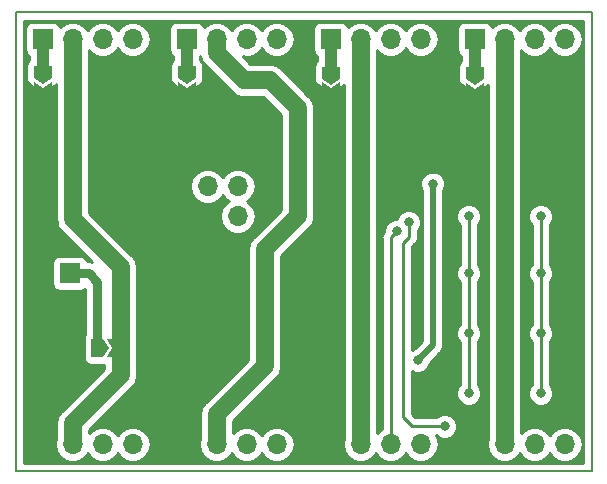
<source format=gbl>
G04 #@! TF.GenerationSoftware,KiCad,Pcbnew,(5.0.0-dirty)*
G04 #@! TF.CreationDate,2019-11-15T19:25:29+09:00*
G04 #@! TF.ProjectId,fake-fan-mk2,66616B652D66616E2D6D6B322E6B6963,rev?*
G04 #@! TF.SameCoordinates,Original*
G04 #@! TF.FileFunction,Copper,L2,Bot,Signal*
G04 #@! TF.FilePolarity,Positive*
%FSLAX46Y46*%
G04 Gerber Fmt 4.6, Leading zero omitted, Abs format (unit mm)*
G04 Created by KiCad (PCBNEW (5.0.0-dirty)) date 11/15/19 19:25:29*
%MOMM*%
%LPD*%
G01*
G04 APERTURE LIST*
G04 #@! TA.AperFunction,NonConductor*
%ADD10C,0.200000*%
G04 #@! TD*
G04 #@! TA.AperFunction,ComponentPad*
%ADD11R,1.700000X1.700000*%
G04 #@! TD*
G04 #@! TA.AperFunction,ComponentPad*
%ADD12O,1.700000X1.700000*%
G04 #@! TD*
G04 #@! TA.AperFunction,SMDPad,CuDef*
%ADD13C,0.300000*%
G04 #@! TD*
G04 #@! TA.AperFunction,Conductor*
%ADD14C,0.100000*%
G04 #@! TD*
G04 #@! TA.AperFunction,ViaPad*
%ADD15C,0.800000*%
G04 #@! TD*
G04 #@! TA.AperFunction,Conductor*
%ADD16C,0.250000*%
G04 #@! TD*
G04 #@! TA.AperFunction,Conductor*
%ADD17C,0.500000*%
G04 #@! TD*
G04 #@! TA.AperFunction,Conductor*
%ADD18C,0.750000*%
G04 #@! TD*
G04 #@! TA.AperFunction,Conductor*
%ADD19C,1.500000*%
G04 #@! TD*
G04 #@! TA.AperFunction,Conductor*
%ADD20C,1.000000*%
G04 #@! TD*
G04 #@! TA.AperFunction,Conductor*
%ADD21C,0.254000*%
G04 #@! TD*
G04 APERTURE END LIST*
D10*
X14478000Y-53086000D02*
X14478000Y-14224000D01*
X63246000Y-53086000D02*
X14478000Y-53086000D01*
X63246000Y-14224000D02*
X63246000Y-53086000D01*
X14478000Y-14224000D02*
X63246000Y-14224000D01*
D11*
G04 #@! TO.P,J2,1*
G04 #@! TO.N,+12V*
X19050000Y-36322000D03*
D12*
G04 #@! TO.P,J2,2*
G04 #@! TO.N,GND*
X19050000Y-38862000D03*
G04 #@! TD*
G04 #@! TO.P,J4,4*
G04 #@! TO.N,Net-(J4-Pad4)*
X24384000Y-50800000D03*
G04 #@! TO.P,J4,3*
G04 #@! TO.N,/FAKE1*
X21844000Y-50800000D03*
G04 #@! TO.P,J4,2*
G04 #@! TO.N,Net-(D4-Pad1)*
X19304000Y-50800000D03*
D11*
G04 #@! TO.P,J4,1*
G04 #@! TO.N,GND*
X16764000Y-50800000D03*
G04 #@! TD*
G04 #@! TO.P,J5,1*
G04 #@! TO.N,Net-(D4-Pad2)*
X16764000Y-16510000D03*
D12*
G04 #@! TO.P,J5,2*
G04 #@! TO.N,Net-(D4-Pad1)*
X19304000Y-16510000D03*
G04 #@! TO.P,J5,3*
G04 #@! TO.N,Net-(J5-Pad3)*
X21844000Y-16510000D03*
G04 #@! TO.P,J5,4*
G04 #@! TO.N,/FAN1*
X24384000Y-16510000D03*
G04 #@! TD*
G04 #@! TO.P,J6,4*
G04 #@! TO.N,Net-(J6-Pad4)*
X36576000Y-50800000D03*
G04 #@! TO.P,J6,3*
G04 #@! TO.N,/FAKE2*
X34036000Y-50800000D03*
G04 #@! TO.P,J6,2*
G04 #@! TO.N,Net-(D5-Pad1)*
X31496000Y-50800000D03*
D11*
G04 #@! TO.P,J6,1*
G04 #@! TO.N,GND*
X28956000Y-50800000D03*
G04 #@! TD*
G04 #@! TO.P,J7,1*
G04 #@! TO.N,Net-(D5-Pad2)*
X28956000Y-16510000D03*
D12*
G04 #@! TO.P,J7,2*
G04 #@! TO.N,Net-(D5-Pad1)*
X31496000Y-16510000D03*
G04 #@! TO.P,J7,3*
G04 #@! TO.N,Net-(J7-Pad3)*
X34036000Y-16510000D03*
G04 #@! TO.P,J7,4*
G04 #@! TO.N,/FAN2*
X36576000Y-16510000D03*
G04 #@! TD*
D11*
G04 #@! TO.P,J8,1*
G04 #@! TO.N,GND*
X41148000Y-50800000D03*
D12*
G04 #@! TO.P,J8,2*
G04 #@! TO.N,Net-(D6-Pad1)*
X43688000Y-50800000D03*
G04 #@! TO.P,J8,3*
G04 #@! TO.N,/FAKE3*
X46228000Y-50800000D03*
G04 #@! TO.P,J8,4*
G04 #@! TO.N,Net-(J8-Pad4)*
X48768000Y-50800000D03*
G04 #@! TD*
D11*
G04 #@! TO.P,J9,1*
G04 #@! TO.N,Net-(D6-Pad2)*
X41148000Y-16510000D03*
D12*
G04 #@! TO.P,J9,2*
G04 #@! TO.N,Net-(D6-Pad1)*
X43688000Y-16510000D03*
G04 #@! TO.P,J9,3*
G04 #@! TO.N,Net-(J9-Pad3)*
X46228000Y-16510000D03*
G04 #@! TO.P,J9,4*
G04 #@! TO.N,/FAN3*
X48768000Y-16510000D03*
G04 #@! TD*
G04 #@! TO.P,J10,4*
G04 #@! TO.N,Net-(J10-Pad4)*
X60960000Y-50800000D03*
G04 #@! TO.P,J10,3*
G04 #@! TO.N,/FAKE4*
X58420000Y-50800000D03*
G04 #@! TO.P,J10,2*
G04 #@! TO.N,Net-(D7-Pad1)*
X55880000Y-50800000D03*
D11*
G04 #@! TO.P,J10,1*
G04 #@! TO.N,GND*
X53340000Y-50800000D03*
G04 #@! TD*
D12*
G04 #@! TO.P,J11,4*
G04 #@! TO.N,/FAN4*
X60960000Y-16510000D03*
G04 #@! TO.P,J11,3*
G04 #@! TO.N,Net-(J11-Pad3)*
X58420000Y-16510000D03*
G04 #@! TO.P,J11,2*
G04 #@! TO.N,Net-(D7-Pad1)*
X55880000Y-16510000D03*
D11*
G04 #@! TO.P,J11,1*
G04 #@! TO.N,Net-(D7-Pad2)*
X53340000Y-16510000D03*
G04 #@! TD*
D13*
G04 #@! TO.P,JP1,1*
G04 #@! TO.N,+12V*
X21373000Y-42672000D03*
D14*
G04 #@! TD*
G04 #@! TO.N,+12V*
G04 #@! TO.C,JP1*
G36*
X22373000Y-42672000D02*
X21873000Y-43422000D01*
X20873000Y-43422000D01*
X20873000Y-41922000D01*
X21873000Y-41922000D01*
X22373000Y-42672000D01*
X22373000Y-42672000D01*
G37*
D13*
G04 #@! TO.P,JP1,2*
G04 #@! TO.N,Net-(D4-Pad1)*
X22823000Y-42672000D03*
D14*
G04 #@! TD*
G04 #@! TO.N,Net-(D4-Pad1)*
G04 #@! TO.C,JP1*
G36*
X23323000Y-43422000D02*
X22173000Y-43422000D01*
X22673000Y-42672000D01*
X22173000Y-41922000D01*
X23323000Y-41922000D01*
X23323000Y-43422000D01*
X23323000Y-43422000D01*
G37*
D13*
G04 #@! TO.P,JP2,2*
G04 #@! TO.N,GND*
X16764000Y-20754000D03*
D14*
G04 #@! TD*
G04 #@! TO.N,GND*
G04 #@! TO.C,JP2*
G36*
X16014000Y-21254000D02*
X16014000Y-20104000D01*
X16764000Y-20604000D01*
X17514000Y-20104000D01*
X17514000Y-21254000D01*
X16014000Y-21254000D01*
X16014000Y-21254000D01*
G37*
D13*
G04 #@! TO.P,JP2,1*
G04 #@! TO.N,Net-(D4-Pad2)*
X16764000Y-19304000D03*
D14*
G04 #@! TD*
G04 #@! TO.N,Net-(D4-Pad2)*
G04 #@! TO.C,JP2*
G36*
X16764000Y-20304000D02*
X16014000Y-19804000D01*
X16014000Y-18804000D01*
X17514000Y-18804000D01*
X17514000Y-19804000D01*
X16764000Y-20304000D01*
X16764000Y-20304000D01*
G37*
D13*
G04 #@! TO.P,JP3,1*
G04 #@! TO.N,Net-(D5-Pad2)*
X28956000Y-19304000D03*
D14*
G04 #@! TD*
G04 #@! TO.N,Net-(D5-Pad2)*
G04 #@! TO.C,JP3*
G36*
X28956000Y-20304000D02*
X28206000Y-19804000D01*
X28206000Y-18804000D01*
X29706000Y-18804000D01*
X29706000Y-19804000D01*
X28956000Y-20304000D01*
X28956000Y-20304000D01*
G37*
D13*
G04 #@! TO.P,JP3,2*
G04 #@! TO.N,GND*
X28956000Y-20754000D03*
D14*
G04 #@! TD*
G04 #@! TO.N,GND*
G04 #@! TO.C,JP3*
G36*
X28206000Y-21254000D02*
X28206000Y-20104000D01*
X28956000Y-20604000D01*
X29706000Y-20104000D01*
X29706000Y-21254000D01*
X28206000Y-21254000D01*
X28206000Y-21254000D01*
G37*
D13*
G04 #@! TO.P,JP4,2*
G04 #@! TO.N,GND*
X41148000Y-20791000D03*
D14*
G04 #@! TD*
G04 #@! TO.N,GND*
G04 #@! TO.C,JP4*
G36*
X40398000Y-21291000D02*
X40398000Y-20141000D01*
X41148000Y-20641000D01*
X41898000Y-20141000D01*
X41898000Y-21291000D01*
X40398000Y-21291000D01*
X40398000Y-21291000D01*
G37*
D13*
G04 #@! TO.P,JP4,1*
G04 #@! TO.N,Net-(D6-Pad2)*
X41148000Y-19341000D03*
D14*
G04 #@! TD*
G04 #@! TO.N,Net-(D6-Pad2)*
G04 #@! TO.C,JP4*
G36*
X41148000Y-20341000D02*
X40398000Y-19841000D01*
X40398000Y-18841000D01*
X41898000Y-18841000D01*
X41898000Y-19841000D01*
X41148000Y-20341000D01*
X41148000Y-20341000D01*
G37*
D13*
G04 #@! TO.P,JP5,2*
G04 #@! TO.N,GND*
X53340000Y-20828000D03*
D14*
G04 #@! TD*
G04 #@! TO.N,GND*
G04 #@! TO.C,JP5*
G36*
X52590000Y-21328000D02*
X52590000Y-20178000D01*
X53340000Y-20678000D01*
X54090000Y-20178000D01*
X54090000Y-21328000D01*
X52590000Y-21328000D01*
X52590000Y-21328000D01*
G37*
D13*
G04 #@! TO.P,JP5,1*
G04 #@! TO.N,Net-(D7-Pad2)*
X53340000Y-19378000D03*
D14*
G04 #@! TD*
G04 #@! TO.N,Net-(D7-Pad2)*
G04 #@! TO.C,JP5*
G36*
X53340000Y-20378000D02*
X52590000Y-19878000D01*
X52590000Y-18878000D01*
X54090000Y-18878000D01*
X54090000Y-19878000D01*
X53340000Y-20378000D01*
X53340000Y-20378000D01*
G37*
D11*
G04 #@! TO.P,J1,1*
G04 #@! TO.N,GND*
X30734000Y-31496000D03*
D12*
G04 #@! TO.P,J1,2*
G04 #@! TO.N,/SYS_CLK*
X30734000Y-28956000D03*
G04 #@! TO.P,J1,3*
G04 #@! TO.N,/NRST*
X33274000Y-31496000D03*
G04 #@! TO.P,J1,4*
G04 #@! TO.N,/SWDIO*
X33274000Y-28956000D03*
G04 #@! TD*
D15*
G04 #@! TO.N,GND*
X28194000Y-39624000D03*
X22352000Y-23876000D03*
X34798000Y-23622000D03*
X46482000Y-23622000D03*
X58674000Y-23622000D03*
X48514000Y-29972000D03*
X21082000Y-28194000D03*
X50546000Y-25400000D03*
X50546000Y-25400000D03*
X33274000Y-43434000D03*
X32766000Y-39878000D03*
X38100000Y-36322000D03*
X41402000Y-33782000D03*
G04 #@! TO.N,+3V3*
X52832000Y-46482000D03*
X52832000Y-41402000D03*
X52832000Y-36322000D03*
X52832000Y-31496000D03*
X58928000Y-46482000D03*
X58928000Y-41402000D03*
X58928000Y-36322000D03*
X58928000Y-31496000D03*
X48514000Y-43688000D03*
X49784000Y-28748388D03*
G04 #@! TO.N,/FAKE3*
X46736000Y-32766000D03*
G04 #@! TO.N,/FAKE4*
X50800000Y-49276000D03*
X47752000Y-32004000D03*
G04 #@! TD*
D16*
G04 #@! TO.N,GND*
X48768000Y-30226000D02*
X48514000Y-29972000D01*
X48768000Y-30480000D02*
X48768000Y-30226000D01*
D17*
X21082000Y-25146000D02*
X22352000Y-23876000D01*
X21082000Y-28194000D02*
X21082000Y-25146000D01*
X46482000Y-23622000D02*
X48768000Y-23622000D01*
X48768000Y-23622000D02*
X50546000Y-25400000D01*
X33274000Y-43434000D02*
X33274000Y-40386000D01*
X33274000Y-40386000D02*
X32766000Y-39878000D01*
D16*
X38100000Y-36322000D02*
X40640000Y-33782000D01*
X40640000Y-33782000D02*
X41402000Y-33782000D01*
D18*
G04 #@! TO.N,+12V*
X21373000Y-37045000D02*
X21373000Y-42672000D01*
X19050000Y-36322000D02*
X20650000Y-36322000D01*
X20650000Y-36322000D02*
X21373000Y-37045000D01*
D16*
G04 #@! TO.N,+3V3*
X52832000Y-46482000D02*
X52832000Y-41402000D01*
X52832000Y-41402000D02*
X52832000Y-40640000D01*
X52832000Y-40640000D02*
X52832000Y-36322000D01*
X52832000Y-36322000D02*
X52832000Y-35756315D01*
X52832000Y-35756315D02*
X52832000Y-31496000D01*
X58928000Y-46482000D02*
X58928000Y-45466000D01*
X58928000Y-45466000D02*
X58928000Y-41402000D01*
X58928000Y-41402000D02*
X58928000Y-36322000D01*
X58928000Y-36322000D02*
X58928000Y-31496000D01*
D17*
X49784000Y-42418000D02*
X49784000Y-28748388D01*
X48514000Y-43688000D02*
X49784000Y-42418000D01*
D19*
G04 #@! TO.N,Net-(D4-Pad1)*
X19304000Y-50800000D02*
X19304000Y-49597919D01*
X19304000Y-26162000D02*
X19304000Y-16510000D01*
X19304000Y-30480000D02*
X19304000Y-26162000D01*
X19304000Y-31750000D02*
X19304000Y-30480000D01*
X23368000Y-35814000D02*
X19304000Y-31750000D01*
X23368000Y-44958000D02*
X23368000Y-35814000D01*
X19304000Y-50800000D02*
X19304000Y-49022000D01*
X19304000Y-49022000D02*
X23368000Y-44958000D01*
D20*
G04 #@! TO.N,Net-(D4-Pad2)*
X16764000Y-16510000D02*
X16764000Y-19304000D01*
D19*
G04 #@! TO.N,Net-(D5-Pad1)*
X31496000Y-16510000D02*
X31496000Y-17712081D01*
X31496000Y-17712081D02*
X33782000Y-19998081D01*
X33782000Y-19998081D02*
X36000081Y-19998081D01*
X31496000Y-48260000D02*
X31496000Y-50800000D01*
X35560000Y-44196000D02*
X31496000Y-48260000D01*
X36000081Y-19998081D02*
X38354000Y-22352000D01*
X38354000Y-22352000D02*
X38354000Y-31496000D01*
X35560000Y-34290000D02*
X35560000Y-40132000D01*
X38354000Y-31496000D02*
X35560000Y-34290000D01*
X35560000Y-44196000D02*
X35560000Y-40132000D01*
X35560000Y-40132000D02*
X35560000Y-37592000D01*
D20*
G04 #@! TO.N,Net-(D5-Pad2)*
X28956000Y-19304000D02*
X28956000Y-16510000D01*
D19*
G04 #@! TO.N,Net-(D6-Pad1)*
X43688000Y-50800000D02*
X43688000Y-16510000D01*
D16*
G04 #@! TO.N,/FAKE3*
X46228000Y-50800000D02*
X46228000Y-33274000D01*
X46228000Y-33274000D02*
X46736000Y-32766000D01*
D20*
G04 #@! TO.N,Net-(D6-Pad2)*
X41148000Y-19341000D02*
X41148000Y-16510000D01*
D16*
G04 #@! TO.N,/FAKE4*
X50800000Y-49276000D02*
X48006000Y-49276000D01*
X48006000Y-49276000D02*
X47244000Y-48514000D01*
X47244000Y-48514000D02*
X47244000Y-33782000D01*
X47244000Y-33782000D02*
X47752000Y-33274000D01*
X47752000Y-33274000D02*
X47752000Y-32004000D01*
D19*
G04 #@! TO.N,Net-(D7-Pad1)*
X55880000Y-50800000D02*
X55880000Y-16510000D01*
D20*
G04 #@! TO.N,Net-(D7-Pad2)*
X53340000Y-19378000D02*
X53340000Y-16510000D01*
G04 #@! TD*
D21*
G04 #@! TO.N,GND*
G36*
X62511001Y-52351000D02*
X15213000Y-52351000D01*
X15213000Y-15660000D01*
X15266560Y-15660000D01*
X15266560Y-17360000D01*
X15315843Y-17607765D01*
X15456191Y-17817809D01*
X15629001Y-17933278D01*
X15629001Y-18297541D01*
X15556191Y-18346191D01*
X15415843Y-18556235D01*
X15366560Y-18804000D01*
X15366560Y-19804000D01*
X15379133Y-19930973D01*
X15476050Y-20164261D01*
X15654865Y-20342703D01*
X16404865Y-20842703D01*
X16637027Y-20938867D01*
X16889645Y-20939131D01*
X17123135Y-20842703D01*
X17873135Y-20342703D01*
X17919001Y-20305102D01*
X17919000Y-26298406D01*
X17919001Y-26298411D01*
X17919000Y-30343593D01*
X17919000Y-31613593D01*
X17891867Y-31750000D01*
X17951560Y-32050097D01*
X17999359Y-32290399D01*
X18305471Y-32748528D01*
X18421112Y-32825797D01*
X20946506Y-35351192D01*
X20749476Y-35312000D01*
X20749471Y-35312000D01*
X20650000Y-35292214D01*
X20550529Y-35312000D01*
X20515614Y-35312000D01*
X20498157Y-35224235D01*
X20357809Y-35014191D01*
X20147765Y-34873843D01*
X19900000Y-34824560D01*
X18200000Y-34824560D01*
X17952235Y-34873843D01*
X17742191Y-35014191D01*
X17601843Y-35224235D01*
X17552560Y-35472000D01*
X17552560Y-37172000D01*
X17601843Y-37419765D01*
X17742191Y-37629809D01*
X17952235Y-37770157D01*
X18200000Y-37819440D01*
X19900000Y-37819440D01*
X20147765Y-37770157D01*
X20357809Y-37629809D01*
X20363000Y-37622040D01*
X20363001Y-41542299D01*
X20274843Y-41674235D01*
X20225560Y-41922000D01*
X20225560Y-43422000D01*
X20274843Y-43669765D01*
X20415191Y-43879809D01*
X20625235Y-44020157D01*
X20873000Y-44069440D01*
X21873000Y-44069440D01*
X21983000Y-44058548D01*
X21983000Y-44384314D01*
X18421112Y-47946203D01*
X18305472Y-48023471D01*
X18228203Y-48139112D01*
X17999359Y-48481601D01*
X17891867Y-49022000D01*
X17919001Y-49158411D01*
X17919001Y-49461508D01*
X17919000Y-49461512D01*
X17919000Y-50199870D01*
X17905161Y-50220582D01*
X17789908Y-50800000D01*
X17905161Y-51379418D01*
X18233375Y-51870625D01*
X18724582Y-52198839D01*
X19157744Y-52285000D01*
X19450256Y-52285000D01*
X19883418Y-52198839D01*
X20374625Y-51870625D01*
X20574000Y-51572239D01*
X20773375Y-51870625D01*
X21264582Y-52198839D01*
X21697744Y-52285000D01*
X21990256Y-52285000D01*
X22423418Y-52198839D01*
X22914625Y-51870625D01*
X23114000Y-51572239D01*
X23313375Y-51870625D01*
X23804582Y-52198839D01*
X24237744Y-52285000D01*
X24530256Y-52285000D01*
X24963418Y-52198839D01*
X25454625Y-51870625D01*
X25782839Y-51379418D01*
X25898092Y-50800000D01*
X25782839Y-50220582D01*
X25454625Y-49729375D01*
X24963418Y-49401161D01*
X24530256Y-49315000D01*
X24237744Y-49315000D01*
X23804582Y-49401161D01*
X23313375Y-49729375D01*
X23114000Y-50027761D01*
X22914625Y-49729375D01*
X22423418Y-49401161D01*
X21990256Y-49315000D01*
X21697744Y-49315000D01*
X21264582Y-49401161D01*
X20773375Y-49729375D01*
X20689000Y-49855651D01*
X20689000Y-49595685D01*
X24250890Y-46033796D01*
X24366528Y-45956529D01*
X24443795Y-45840891D01*
X24443797Y-45840889D01*
X24672641Y-45498400D01*
X24780133Y-44958000D01*
X24753000Y-44821593D01*
X24753000Y-35950407D01*
X24780133Y-35814000D01*
X24672641Y-35273600D01*
X24499309Y-35014191D01*
X24366529Y-34815471D01*
X24250888Y-34738202D01*
X20689000Y-31176315D01*
X20689000Y-28956000D01*
X29219908Y-28956000D01*
X29335161Y-29535418D01*
X29663375Y-30026625D01*
X30154582Y-30354839D01*
X30587744Y-30441000D01*
X30880256Y-30441000D01*
X31313418Y-30354839D01*
X31804625Y-30026625D01*
X32004000Y-29728239D01*
X32203375Y-30026625D01*
X32501761Y-30226000D01*
X32203375Y-30425375D01*
X31875161Y-30916582D01*
X31759908Y-31496000D01*
X31875161Y-32075418D01*
X32203375Y-32566625D01*
X32694582Y-32894839D01*
X33127744Y-32981000D01*
X33420256Y-32981000D01*
X33853418Y-32894839D01*
X34344625Y-32566625D01*
X34672839Y-32075418D01*
X34788092Y-31496000D01*
X34672839Y-30916582D01*
X34344625Y-30425375D01*
X34046239Y-30226000D01*
X34344625Y-30026625D01*
X34672839Y-29535418D01*
X34788092Y-28956000D01*
X34672839Y-28376582D01*
X34344625Y-27885375D01*
X33853418Y-27557161D01*
X33420256Y-27471000D01*
X33127744Y-27471000D01*
X32694582Y-27557161D01*
X32203375Y-27885375D01*
X32004000Y-28183761D01*
X31804625Y-27885375D01*
X31313418Y-27557161D01*
X30880256Y-27471000D01*
X30587744Y-27471000D01*
X30154582Y-27557161D01*
X29663375Y-27885375D01*
X29335161Y-28376582D01*
X29219908Y-28956000D01*
X20689000Y-28956000D01*
X20689000Y-17454349D01*
X20773375Y-17580625D01*
X21264582Y-17908839D01*
X21697744Y-17995000D01*
X21990256Y-17995000D01*
X22423418Y-17908839D01*
X22914625Y-17580625D01*
X23114000Y-17282239D01*
X23313375Y-17580625D01*
X23804582Y-17908839D01*
X24237744Y-17995000D01*
X24530256Y-17995000D01*
X24963418Y-17908839D01*
X25454625Y-17580625D01*
X25782839Y-17089418D01*
X25898092Y-16510000D01*
X25782839Y-15930582D01*
X25602042Y-15660000D01*
X27458560Y-15660000D01*
X27458560Y-17360000D01*
X27507843Y-17607765D01*
X27648191Y-17817809D01*
X27821000Y-17933278D01*
X27821000Y-18297541D01*
X27748191Y-18346191D01*
X27607843Y-18556235D01*
X27558560Y-18804000D01*
X27558560Y-19804000D01*
X27571133Y-19930973D01*
X27668050Y-20164261D01*
X27846865Y-20342703D01*
X28596865Y-20842703D01*
X28829027Y-20938867D01*
X29081645Y-20939131D01*
X29315135Y-20842703D01*
X30065135Y-20342703D01*
X30163809Y-20261809D01*
X30304157Y-20051765D01*
X30353440Y-19804000D01*
X30353440Y-18804000D01*
X30304157Y-18556235D01*
X30163809Y-18346191D01*
X30091000Y-18297541D01*
X30091000Y-17933277D01*
X30123541Y-17911534D01*
X30191359Y-18252481D01*
X30497472Y-18710610D01*
X30613112Y-18787878D01*
X32706202Y-20880969D01*
X32783471Y-20996610D01*
X33241600Y-21302722D01*
X33645593Y-21383081D01*
X33781999Y-21410214D01*
X33918405Y-21383081D01*
X35426396Y-21383081D01*
X36969000Y-22925686D01*
X36969001Y-30922313D01*
X34677112Y-33214203D01*
X34561471Y-33291472D01*
X34484203Y-33407112D01*
X34255359Y-33749601D01*
X34147867Y-34290000D01*
X34175000Y-34426407D01*
X34175001Y-37455593D01*
X34175000Y-40268406D01*
X34175001Y-40268411D01*
X34175000Y-43622314D01*
X30613112Y-47184203D01*
X30497471Y-47261472D01*
X30420203Y-47377112D01*
X30191359Y-47719601D01*
X30083867Y-48260000D01*
X30111000Y-48396407D01*
X30111001Y-50199869D01*
X30097161Y-50220582D01*
X29981908Y-50800000D01*
X30097161Y-51379418D01*
X30425375Y-51870625D01*
X30916582Y-52198839D01*
X31349744Y-52285000D01*
X31642256Y-52285000D01*
X32075418Y-52198839D01*
X32566625Y-51870625D01*
X32766000Y-51572239D01*
X32965375Y-51870625D01*
X33456582Y-52198839D01*
X33889744Y-52285000D01*
X34182256Y-52285000D01*
X34615418Y-52198839D01*
X35106625Y-51870625D01*
X35306000Y-51572239D01*
X35505375Y-51870625D01*
X35996582Y-52198839D01*
X36429744Y-52285000D01*
X36722256Y-52285000D01*
X37155418Y-52198839D01*
X37646625Y-51870625D01*
X37974839Y-51379418D01*
X38090092Y-50800000D01*
X37974839Y-50220582D01*
X37646625Y-49729375D01*
X37155418Y-49401161D01*
X36722256Y-49315000D01*
X36429744Y-49315000D01*
X35996582Y-49401161D01*
X35505375Y-49729375D01*
X35306000Y-50027761D01*
X35106625Y-49729375D01*
X34615418Y-49401161D01*
X34182256Y-49315000D01*
X33889744Y-49315000D01*
X33456582Y-49401161D01*
X32965375Y-49729375D01*
X32881000Y-49855651D01*
X32881000Y-48833685D01*
X36442890Y-45271796D01*
X36558528Y-45194529D01*
X36635795Y-45078891D01*
X36635797Y-45078889D01*
X36864641Y-44736400D01*
X36972133Y-44196000D01*
X36945000Y-44059593D01*
X36945000Y-34863685D01*
X39236888Y-32571798D01*
X39352529Y-32494529D01*
X39658641Y-32036400D01*
X39739000Y-31632407D01*
X39766133Y-31496000D01*
X39739000Y-31359593D01*
X39739000Y-22488405D01*
X39766133Y-22351999D01*
X39739000Y-22215593D01*
X39658641Y-21811600D01*
X39574692Y-21685962D01*
X39429797Y-21469111D01*
X39429795Y-21469109D01*
X39352528Y-21353471D01*
X39236890Y-21276204D01*
X37075880Y-19115195D01*
X36998610Y-18999552D01*
X36540481Y-18693440D01*
X36136488Y-18613081D01*
X36000081Y-18585948D01*
X35863674Y-18613081D01*
X34355686Y-18613081D01*
X33699828Y-17957223D01*
X33889744Y-17995000D01*
X34182256Y-17995000D01*
X34615418Y-17908839D01*
X35106625Y-17580625D01*
X35306000Y-17282239D01*
X35505375Y-17580625D01*
X35996582Y-17908839D01*
X36429744Y-17995000D01*
X36722256Y-17995000D01*
X37155418Y-17908839D01*
X37646625Y-17580625D01*
X37974839Y-17089418D01*
X38090092Y-16510000D01*
X37974839Y-15930582D01*
X37794042Y-15660000D01*
X39650560Y-15660000D01*
X39650560Y-17360000D01*
X39699843Y-17607765D01*
X39840191Y-17817809D01*
X40013000Y-17933278D01*
X40013000Y-18334541D01*
X39940191Y-18383191D01*
X39799843Y-18593235D01*
X39750560Y-18841000D01*
X39750560Y-19841000D01*
X39763133Y-19967973D01*
X39860050Y-20201261D01*
X40038865Y-20379703D01*
X40788865Y-20879703D01*
X41021027Y-20975867D01*
X41273645Y-20976131D01*
X41507135Y-20879703D01*
X42257135Y-20379703D01*
X42303001Y-20342102D01*
X42303000Y-50199870D01*
X42289161Y-50220582D01*
X42173908Y-50800000D01*
X42289161Y-51379418D01*
X42617375Y-51870625D01*
X43108582Y-52198839D01*
X43541744Y-52285000D01*
X43834256Y-52285000D01*
X44267418Y-52198839D01*
X44758625Y-51870625D01*
X44958000Y-51572239D01*
X45157375Y-51870625D01*
X45648582Y-52198839D01*
X46081744Y-52285000D01*
X46374256Y-52285000D01*
X46807418Y-52198839D01*
X47298625Y-51870625D01*
X47498000Y-51572239D01*
X47697375Y-51870625D01*
X48188582Y-52198839D01*
X48621744Y-52285000D01*
X48914256Y-52285000D01*
X49347418Y-52198839D01*
X49838625Y-51870625D01*
X50166839Y-51379418D01*
X50282092Y-50800000D01*
X50166839Y-50220582D01*
X50043505Y-50036000D01*
X50096289Y-50036000D01*
X50213720Y-50153431D01*
X50594126Y-50311000D01*
X51005874Y-50311000D01*
X51386280Y-50153431D01*
X51677431Y-49862280D01*
X51835000Y-49481874D01*
X51835000Y-49070126D01*
X51677431Y-48689720D01*
X51386280Y-48398569D01*
X51005874Y-48241000D01*
X50594126Y-48241000D01*
X50213720Y-48398569D01*
X50096289Y-48516000D01*
X48320802Y-48516000D01*
X48004000Y-48199199D01*
X48004000Y-44597027D01*
X48308126Y-44723000D01*
X48719874Y-44723000D01*
X49100280Y-44565431D01*
X49391431Y-44274280D01*
X49541431Y-43912147D01*
X50348156Y-43105423D01*
X50422049Y-43056049D01*
X50617652Y-42763310D01*
X50669000Y-42505165D01*
X50669000Y-42505161D01*
X50686337Y-42418001D01*
X50669000Y-42330841D01*
X50669000Y-31290126D01*
X51797000Y-31290126D01*
X51797000Y-31701874D01*
X51954569Y-32082280D01*
X52072001Y-32199712D01*
X52072000Y-35618289D01*
X51954569Y-35735720D01*
X51797000Y-36116126D01*
X51797000Y-36527874D01*
X51954569Y-36908280D01*
X52072001Y-37025712D01*
X52072000Y-40565148D01*
X52072000Y-40698289D01*
X51954569Y-40815720D01*
X51797000Y-41196126D01*
X51797000Y-41607874D01*
X51954569Y-41988280D01*
X52072001Y-42105712D01*
X52072000Y-45778289D01*
X51954569Y-45895720D01*
X51797000Y-46276126D01*
X51797000Y-46687874D01*
X51954569Y-47068280D01*
X52245720Y-47359431D01*
X52626126Y-47517000D01*
X53037874Y-47517000D01*
X53418280Y-47359431D01*
X53709431Y-47068280D01*
X53867000Y-46687874D01*
X53867000Y-46276126D01*
X53709431Y-45895720D01*
X53592000Y-45778289D01*
X53592000Y-42105711D01*
X53709431Y-41988280D01*
X53867000Y-41607874D01*
X53867000Y-41196126D01*
X53709431Y-40815720D01*
X53592000Y-40698289D01*
X53592000Y-37025711D01*
X53709431Y-36908280D01*
X53867000Y-36527874D01*
X53867000Y-36116126D01*
X53709431Y-35735720D01*
X53592000Y-35618289D01*
X53592000Y-32199711D01*
X53709431Y-32082280D01*
X53867000Y-31701874D01*
X53867000Y-31290126D01*
X53709431Y-30909720D01*
X53418280Y-30618569D01*
X53037874Y-30461000D01*
X52626126Y-30461000D01*
X52245720Y-30618569D01*
X51954569Y-30909720D01*
X51797000Y-31290126D01*
X50669000Y-31290126D01*
X50669000Y-29316395D01*
X50819000Y-28954262D01*
X50819000Y-28542514D01*
X50661431Y-28162108D01*
X50370280Y-27870957D01*
X49989874Y-27713388D01*
X49578126Y-27713388D01*
X49197720Y-27870957D01*
X48906569Y-28162108D01*
X48749000Y-28542514D01*
X48749000Y-28954262D01*
X48899001Y-29316397D01*
X48899000Y-42051421D01*
X48289853Y-42660569D01*
X48004000Y-42778973D01*
X48004000Y-34096802D01*
X48236475Y-33864327D01*
X48299929Y-33821929D01*
X48342327Y-33758476D01*
X48342329Y-33758474D01*
X48467903Y-33570538D01*
X48467904Y-33570537D01*
X48512000Y-33348852D01*
X48512000Y-33348848D01*
X48526888Y-33274001D01*
X48512000Y-33199154D01*
X48512000Y-32707711D01*
X48629431Y-32590280D01*
X48787000Y-32209874D01*
X48787000Y-31798126D01*
X48629431Y-31417720D01*
X48338280Y-31126569D01*
X47957874Y-30969000D01*
X47546126Y-30969000D01*
X47165720Y-31126569D01*
X46874569Y-31417720D01*
X46744804Y-31731000D01*
X46530126Y-31731000D01*
X46149720Y-31888569D01*
X45858569Y-32179720D01*
X45701000Y-32560126D01*
X45701000Y-32712087D01*
X45680072Y-32726071D01*
X45637672Y-32789527D01*
X45637671Y-32789528D01*
X45567305Y-32894839D01*
X45512097Y-32977463D01*
X45499857Y-33039000D01*
X45453112Y-33274000D01*
X45468001Y-33348851D01*
X45468000Y-49521822D01*
X45157375Y-49729375D01*
X45073000Y-49855651D01*
X45073000Y-17454349D01*
X45157375Y-17580625D01*
X45648582Y-17908839D01*
X46081744Y-17995000D01*
X46374256Y-17995000D01*
X46807418Y-17908839D01*
X47298625Y-17580625D01*
X47498000Y-17282239D01*
X47697375Y-17580625D01*
X48188582Y-17908839D01*
X48621744Y-17995000D01*
X48914256Y-17995000D01*
X49347418Y-17908839D01*
X49838625Y-17580625D01*
X50166839Y-17089418D01*
X50282092Y-16510000D01*
X50166839Y-15930582D01*
X49986042Y-15660000D01*
X51842560Y-15660000D01*
X51842560Y-17360000D01*
X51891843Y-17607765D01*
X52032191Y-17817809D01*
X52205001Y-17933278D01*
X52205000Y-18371541D01*
X52132191Y-18420191D01*
X51991843Y-18630235D01*
X51942560Y-18878000D01*
X51942560Y-19878000D01*
X51955133Y-20004973D01*
X52052050Y-20238261D01*
X52230865Y-20416703D01*
X52980865Y-20916703D01*
X53213027Y-21012867D01*
X53465645Y-21013131D01*
X53699135Y-20916703D01*
X54449135Y-20416703D01*
X54495001Y-20379102D01*
X54495000Y-50199870D01*
X54481161Y-50220582D01*
X54365908Y-50800000D01*
X54481161Y-51379418D01*
X54809375Y-51870625D01*
X55300582Y-52198839D01*
X55733744Y-52285000D01*
X56026256Y-52285000D01*
X56459418Y-52198839D01*
X56950625Y-51870625D01*
X57150000Y-51572239D01*
X57349375Y-51870625D01*
X57840582Y-52198839D01*
X58273744Y-52285000D01*
X58566256Y-52285000D01*
X58999418Y-52198839D01*
X59490625Y-51870625D01*
X59690000Y-51572239D01*
X59889375Y-51870625D01*
X60380582Y-52198839D01*
X60813744Y-52285000D01*
X61106256Y-52285000D01*
X61539418Y-52198839D01*
X62030625Y-51870625D01*
X62358839Y-51379418D01*
X62474092Y-50800000D01*
X62358839Y-50220582D01*
X62030625Y-49729375D01*
X61539418Y-49401161D01*
X61106256Y-49315000D01*
X60813744Y-49315000D01*
X60380582Y-49401161D01*
X59889375Y-49729375D01*
X59690000Y-50027761D01*
X59490625Y-49729375D01*
X58999418Y-49401161D01*
X58566256Y-49315000D01*
X58273744Y-49315000D01*
X57840582Y-49401161D01*
X57349375Y-49729375D01*
X57265000Y-49855651D01*
X57265000Y-31290126D01*
X57893000Y-31290126D01*
X57893000Y-31701874D01*
X58050569Y-32082280D01*
X58168001Y-32199712D01*
X58168000Y-35618289D01*
X58050569Y-35735720D01*
X57893000Y-36116126D01*
X57893000Y-36527874D01*
X58050569Y-36908280D01*
X58168001Y-37025712D01*
X58168000Y-40698289D01*
X58050569Y-40815720D01*
X57893000Y-41196126D01*
X57893000Y-41607874D01*
X58050569Y-41988280D01*
X58168001Y-42105712D01*
X58168000Y-45540851D01*
X58168001Y-45540855D01*
X58168001Y-45778288D01*
X58050569Y-45895720D01*
X57893000Y-46276126D01*
X57893000Y-46687874D01*
X58050569Y-47068280D01*
X58341720Y-47359431D01*
X58722126Y-47517000D01*
X59133874Y-47517000D01*
X59514280Y-47359431D01*
X59805431Y-47068280D01*
X59963000Y-46687874D01*
X59963000Y-46276126D01*
X59805431Y-45895720D01*
X59688000Y-45778289D01*
X59688000Y-42105711D01*
X59805431Y-41988280D01*
X59963000Y-41607874D01*
X59963000Y-41196126D01*
X59805431Y-40815720D01*
X59688000Y-40698289D01*
X59688000Y-37025711D01*
X59805431Y-36908280D01*
X59963000Y-36527874D01*
X59963000Y-36116126D01*
X59805431Y-35735720D01*
X59688000Y-35618289D01*
X59688000Y-32199711D01*
X59805431Y-32082280D01*
X59963000Y-31701874D01*
X59963000Y-31290126D01*
X59805431Y-30909720D01*
X59514280Y-30618569D01*
X59133874Y-30461000D01*
X58722126Y-30461000D01*
X58341720Y-30618569D01*
X58050569Y-30909720D01*
X57893000Y-31290126D01*
X57265000Y-31290126D01*
X57265000Y-17454349D01*
X57349375Y-17580625D01*
X57840582Y-17908839D01*
X58273744Y-17995000D01*
X58566256Y-17995000D01*
X58999418Y-17908839D01*
X59490625Y-17580625D01*
X59690000Y-17282239D01*
X59889375Y-17580625D01*
X60380582Y-17908839D01*
X60813744Y-17995000D01*
X61106256Y-17995000D01*
X61539418Y-17908839D01*
X62030625Y-17580625D01*
X62358839Y-17089418D01*
X62474092Y-16510000D01*
X62358839Y-15930582D01*
X62030625Y-15439375D01*
X61539418Y-15111161D01*
X61106256Y-15025000D01*
X60813744Y-15025000D01*
X60380582Y-15111161D01*
X59889375Y-15439375D01*
X59690000Y-15737761D01*
X59490625Y-15439375D01*
X58999418Y-15111161D01*
X58566256Y-15025000D01*
X58273744Y-15025000D01*
X57840582Y-15111161D01*
X57349375Y-15439375D01*
X57150000Y-15737761D01*
X56950625Y-15439375D01*
X56459418Y-15111161D01*
X56026256Y-15025000D01*
X55733744Y-15025000D01*
X55300582Y-15111161D01*
X54809375Y-15439375D01*
X54797184Y-15457619D01*
X54788157Y-15412235D01*
X54647809Y-15202191D01*
X54437765Y-15061843D01*
X54190000Y-15012560D01*
X52490000Y-15012560D01*
X52242235Y-15061843D01*
X52032191Y-15202191D01*
X51891843Y-15412235D01*
X51842560Y-15660000D01*
X49986042Y-15660000D01*
X49838625Y-15439375D01*
X49347418Y-15111161D01*
X48914256Y-15025000D01*
X48621744Y-15025000D01*
X48188582Y-15111161D01*
X47697375Y-15439375D01*
X47498000Y-15737761D01*
X47298625Y-15439375D01*
X46807418Y-15111161D01*
X46374256Y-15025000D01*
X46081744Y-15025000D01*
X45648582Y-15111161D01*
X45157375Y-15439375D01*
X44958000Y-15737761D01*
X44758625Y-15439375D01*
X44267418Y-15111161D01*
X43834256Y-15025000D01*
X43541744Y-15025000D01*
X43108582Y-15111161D01*
X42617375Y-15439375D01*
X42605184Y-15457619D01*
X42596157Y-15412235D01*
X42455809Y-15202191D01*
X42245765Y-15061843D01*
X41998000Y-15012560D01*
X40298000Y-15012560D01*
X40050235Y-15061843D01*
X39840191Y-15202191D01*
X39699843Y-15412235D01*
X39650560Y-15660000D01*
X37794042Y-15660000D01*
X37646625Y-15439375D01*
X37155418Y-15111161D01*
X36722256Y-15025000D01*
X36429744Y-15025000D01*
X35996582Y-15111161D01*
X35505375Y-15439375D01*
X35306000Y-15737761D01*
X35106625Y-15439375D01*
X34615418Y-15111161D01*
X34182256Y-15025000D01*
X33889744Y-15025000D01*
X33456582Y-15111161D01*
X32965375Y-15439375D01*
X32766000Y-15737761D01*
X32566625Y-15439375D01*
X32075418Y-15111161D01*
X31642256Y-15025000D01*
X31349744Y-15025000D01*
X30916582Y-15111161D01*
X30425375Y-15439375D01*
X30413184Y-15457619D01*
X30404157Y-15412235D01*
X30263809Y-15202191D01*
X30053765Y-15061843D01*
X29806000Y-15012560D01*
X28106000Y-15012560D01*
X27858235Y-15061843D01*
X27648191Y-15202191D01*
X27507843Y-15412235D01*
X27458560Y-15660000D01*
X25602042Y-15660000D01*
X25454625Y-15439375D01*
X24963418Y-15111161D01*
X24530256Y-15025000D01*
X24237744Y-15025000D01*
X23804582Y-15111161D01*
X23313375Y-15439375D01*
X23114000Y-15737761D01*
X22914625Y-15439375D01*
X22423418Y-15111161D01*
X21990256Y-15025000D01*
X21697744Y-15025000D01*
X21264582Y-15111161D01*
X20773375Y-15439375D01*
X20574000Y-15737761D01*
X20374625Y-15439375D01*
X19883418Y-15111161D01*
X19450256Y-15025000D01*
X19157744Y-15025000D01*
X18724582Y-15111161D01*
X18233375Y-15439375D01*
X18221184Y-15457619D01*
X18212157Y-15412235D01*
X18071809Y-15202191D01*
X17861765Y-15061843D01*
X17614000Y-15012560D01*
X15914000Y-15012560D01*
X15666235Y-15061843D01*
X15456191Y-15202191D01*
X15315843Y-15412235D01*
X15266560Y-15660000D01*
X15213000Y-15660000D01*
X15213000Y-14959000D01*
X62511000Y-14959000D01*
X62511001Y-52351000D01*
X62511001Y-52351000D01*
G37*
X62511001Y-52351000D02*
X15213000Y-52351000D01*
X15213000Y-15660000D01*
X15266560Y-15660000D01*
X15266560Y-17360000D01*
X15315843Y-17607765D01*
X15456191Y-17817809D01*
X15629001Y-17933278D01*
X15629001Y-18297541D01*
X15556191Y-18346191D01*
X15415843Y-18556235D01*
X15366560Y-18804000D01*
X15366560Y-19804000D01*
X15379133Y-19930973D01*
X15476050Y-20164261D01*
X15654865Y-20342703D01*
X16404865Y-20842703D01*
X16637027Y-20938867D01*
X16889645Y-20939131D01*
X17123135Y-20842703D01*
X17873135Y-20342703D01*
X17919001Y-20305102D01*
X17919000Y-26298406D01*
X17919001Y-26298411D01*
X17919000Y-30343593D01*
X17919000Y-31613593D01*
X17891867Y-31750000D01*
X17951560Y-32050097D01*
X17999359Y-32290399D01*
X18305471Y-32748528D01*
X18421112Y-32825797D01*
X20946506Y-35351192D01*
X20749476Y-35312000D01*
X20749471Y-35312000D01*
X20650000Y-35292214D01*
X20550529Y-35312000D01*
X20515614Y-35312000D01*
X20498157Y-35224235D01*
X20357809Y-35014191D01*
X20147765Y-34873843D01*
X19900000Y-34824560D01*
X18200000Y-34824560D01*
X17952235Y-34873843D01*
X17742191Y-35014191D01*
X17601843Y-35224235D01*
X17552560Y-35472000D01*
X17552560Y-37172000D01*
X17601843Y-37419765D01*
X17742191Y-37629809D01*
X17952235Y-37770157D01*
X18200000Y-37819440D01*
X19900000Y-37819440D01*
X20147765Y-37770157D01*
X20357809Y-37629809D01*
X20363000Y-37622040D01*
X20363001Y-41542299D01*
X20274843Y-41674235D01*
X20225560Y-41922000D01*
X20225560Y-43422000D01*
X20274843Y-43669765D01*
X20415191Y-43879809D01*
X20625235Y-44020157D01*
X20873000Y-44069440D01*
X21873000Y-44069440D01*
X21983000Y-44058548D01*
X21983000Y-44384314D01*
X18421112Y-47946203D01*
X18305472Y-48023471D01*
X18228203Y-48139112D01*
X17999359Y-48481601D01*
X17891867Y-49022000D01*
X17919001Y-49158411D01*
X17919001Y-49461508D01*
X17919000Y-49461512D01*
X17919000Y-50199870D01*
X17905161Y-50220582D01*
X17789908Y-50800000D01*
X17905161Y-51379418D01*
X18233375Y-51870625D01*
X18724582Y-52198839D01*
X19157744Y-52285000D01*
X19450256Y-52285000D01*
X19883418Y-52198839D01*
X20374625Y-51870625D01*
X20574000Y-51572239D01*
X20773375Y-51870625D01*
X21264582Y-52198839D01*
X21697744Y-52285000D01*
X21990256Y-52285000D01*
X22423418Y-52198839D01*
X22914625Y-51870625D01*
X23114000Y-51572239D01*
X23313375Y-51870625D01*
X23804582Y-52198839D01*
X24237744Y-52285000D01*
X24530256Y-52285000D01*
X24963418Y-52198839D01*
X25454625Y-51870625D01*
X25782839Y-51379418D01*
X25898092Y-50800000D01*
X25782839Y-50220582D01*
X25454625Y-49729375D01*
X24963418Y-49401161D01*
X24530256Y-49315000D01*
X24237744Y-49315000D01*
X23804582Y-49401161D01*
X23313375Y-49729375D01*
X23114000Y-50027761D01*
X22914625Y-49729375D01*
X22423418Y-49401161D01*
X21990256Y-49315000D01*
X21697744Y-49315000D01*
X21264582Y-49401161D01*
X20773375Y-49729375D01*
X20689000Y-49855651D01*
X20689000Y-49595685D01*
X24250890Y-46033796D01*
X24366528Y-45956529D01*
X24443795Y-45840891D01*
X24443797Y-45840889D01*
X24672641Y-45498400D01*
X24780133Y-44958000D01*
X24753000Y-44821593D01*
X24753000Y-35950407D01*
X24780133Y-35814000D01*
X24672641Y-35273600D01*
X24499309Y-35014191D01*
X24366529Y-34815471D01*
X24250888Y-34738202D01*
X20689000Y-31176315D01*
X20689000Y-28956000D01*
X29219908Y-28956000D01*
X29335161Y-29535418D01*
X29663375Y-30026625D01*
X30154582Y-30354839D01*
X30587744Y-30441000D01*
X30880256Y-30441000D01*
X31313418Y-30354839D01*
X31804625Y-30026625D01*
X32004000Y-29728239D01*
X32203375Y-30026625D01*
X32501761Y-30226000D01*
X32203375Y-30425375D01*
X31875161Y-30916582D01*
X31759908Y-31496000D01*
X31875161Y-32075418D01*
X32203375Y-32566625D01*
X32694582Y-32894839D01*
X33127744Y-32981000D01*
X33420256Y-32981000D01*
X33853418Y-32894839D01*
X34344625Y-32566625D01*
X34672839Y-32075418D01*
X34788092Y-31496000D01*
X34672839Y-30916582D01*
X34344625Y-30425375D01*
X34046239Y-30226000D01*
X34344625Y-30026625D01*
X34672839Y-29535418D01*
X34788092Y-28956000D01*
X34672839Y-28376582D01*
X34344625Y-27885375D01*
X33853418Y-27557161D01*
X33420256Y-27471000D01*
X33127744Y-27471000D01*
X32694582Y-27557161D01*
X32203375Y-27885375D01*
X32004000Y-28183761D01*
X31804625Y-27885375D01*
X31313418Y-27557161D01*
X30880256Y-27471000D01*
X30587744Y-27471000D01*
X30154582Y-27557161D01*
X29663375Y-27885375D01*
X29335161Y-28376582D01*
X29219908Y-28956000D01*
X20689000Y-28956000D01*
X20689000Y-17454349D01*
X20773375Y-17580625D01*
X21264582Y-17908839D01*
X21697744Y-17995000D01*
X21990256Y-17995000D01*
X22423418Y-17908839D01*
X22914625Y-17580625D01*
X23114000Y-17282239D01*
X23313375Y-17580625D01*
X23804582Y-17908839D01*
X24237744Y-17995000D01*
X24530256Y-17995000D01*
X24963418Y-17908839D01*
X25454625Y-17580625D01*
X25782839Y-17089418D01*
X25898092Y-16510000D01*
X25782839Y-15930582D01*
X25602042Y-15660000D01*
X27458560Y-15660000D01*
X27458560Y-17360000D01*
X27507843Y-17607765D01*
X27648191Y-17817809D01*
X27821000Y-17933278D01*
X27821000Y-18297541D01*
X27748191Y-18346191D01*
X27607843Y-18556235D01*
X27558560Y-18804000D01*
X27558560Y-19804000D01*
X27571133Y-19930973D01*
X27668050Y-20164261D01*
X27846865Y-20342703D01*
X28596865Y-20842703D01*
X28829027Y-20938867D01*
X29081645Y-20939131D01*
X29315135Y-20842703D01*
X30065135Y-20342703D01*
X30163809Y-20261809D01*
X30304157Y-20051765D01*
X30353440Y-19804000D01*
X30353440Y-18804000D01*
X30304157Y-18556235D01*
X30163809Y-18346191D01*
X30091000Y-18297541D01*
X30091000Y-17933277D01*
X30123541Y-17911534D01*
X30191359Y-18252481D01*
X30497472Y-18710610D01*
X30613112Y-18787878D01*
X32706202Y-20880969D01*
X32783471Y-20996610D01*
X33241600Y-21302722D01*
X33645593Y-21383081D01*
X33781999Y-21410214D01*
X33918405Y-21383081D01*
X35426396Y-21383081D01*
X36969000Y-22925686D01*
X36969001Y-30922313D01*
X34677112Y-33214203D01*
X34561471Y-33291472D01*
X34484203Y-33407112D01*
X34255359Y-33749601D01*
X34147867Y-34290000D01*
X34175000Y-34426407D01*
X34175001Y-37455593D01*
X34175000Y-40268406D01*
X34175001Y-40268411D01*
X34175000Y-43622314D01*
X30613112Y-47184203D01*
X30497471Y-47261472D01*
X30420203Y-47377112D01*
X30191359Y-47719601D01*
X30083867Y-48260000D01*
X30111000Y-48396407D01*
X30111001Y-50199869D01*
X30097161Y-50220582D01*
X29981908Y-50800000D01*
X30097161Y-51379418D01*
X30425375Y-51870625D01*
X30916582Y-52198839D01*
X31349744Y-52285000D01*
X31642256Y-52285000D01*
X32075418Y-52198839D01*
X32566625Y-51870625D01*
X32766000Y-51572239D01*
X32965375Y-51870625D01*
X33456582Y-52198839D01*
X33889744Y-52285000D01*
X34182256Y-52285000D01*
X34615418Y-52198839D01*
X35106625Y-51870625D01*
X35306000Y-51572239D01*
X35505375Y-51870625D01*
X35996582Y-52198839D01*
X36429744Y-52285000D01*
X36722256Y-52285000D01*
X37155418Y-52198839D01*
X37646625Y-51870625D01*
X37974839Y-51379418D01*
X38090092Y-50800000D01*
X37974839Y-50220582D01*
X37646625Y-49729375D01*
X37155418Y-49401161D01*
X36722256Y-49315000D01*
X36429744Y-49315000D01*
X35996582Y-49401161D01*
X35505375Y-49729375D01*
X35306000Y-50027761D01*
X35106625Y-49729375D01*
X34615418Y-49401161D01*
X34182256Y-49315000D01*
X33889744Y-49315000D01*
X33456582Y-49401161D01*
X32965375Y-49729375D01*
X32881000Y-49855651D01*
X32881000Y-48833685D01*
X36442890Y-45271796D01*
X36558528Y-45194529D01*
X36635795Y-45078891D01*
X36635797Y-45078889D01*
X36864641Y-44736400D01*
X36972133Y-44196000D01*
X36945000Y-44059593D01*
X36945000Y-34863685D01*
X39236888Y-32571798D01*
X39352529Y-32494529D01*
X39658641Y-32036400D01*
X39739000Y-31632407D01*
X39766133Y-31496000D01*
X39739000Y-31359593D01*
X39739000Y-22488405D01*
X39766133Y-22351999D01*
X39739000Y-22215593D01*
X39658641Y-21811600D01*
X39574692Y-21685962D01*
X39429797Y-21469111D01*
X39429795Y-21469109D01*
X39352528Y-21353471D01*
X39236890Y-21276204D01*
X37075880Y-19115195D01*
X36998610Y-18999552D01*
X36540481Y-18693440D01*
X36136488Y-18613081D01*
X36000081Y-18585948D01*
X35863674Y-18613081D01*
X34355686Y-18613081D01*
X33699828Y-17957223D01*
X33889744Y-17995000D01*
X34182256Y-17995000D01*
X34615418Y-17908839D01*
X35106625Y-17580625D01*
X35306000Y-17282239D01*
X35505375Y-17580625D01*
X35996582Y-17908839D01*
X36429744Y-17995000D01*
X36722256Y-17995000D01*
X37155418Y-17908839D01*
X37646625Y-17580625D01*
X37974839Y-17089418D01*
X38090092Y-16510000D01*
X37974839Y-15930582D01*
X37794042Y-15660000D01*
X39650560Y-15660000D01*
X39650560Y-17360000D01*
X39699843Y-17607765D01*
X39840191Y-17817809D01*
X40013000Y-17933278D01*
X40013000Y-18334541D01*
X39940191Y-18383191D01*
X39799843Y-18593235D01*
X39750560Y-18841000D01*
X39750560Y-19841000D01*
X39763133Y-19967973D01*
X39860050Y-20201261D01*
X40038865Y-20379703D01*
X40788865Y-20879703D01*
X41021027Y-20975867D01*
X41273645Y-20976131D01*
X41507135Y-20879703D01*
X42257135Y-20379703D01*
X42303001Y-20342102D01*
X42303000Y-50199870D01*
X42289161Y-50220582D01*
X42173908Y-50800000D01*
X42289161Y-51379418D01*
X42617375Y-51870625D01*
X43108582Y-52198839D01*
X43541744Y-52285000D01*
X43834256Y-52285000D01*
X44267418Y-52198839D01*
X44758625Y-51870625D01*
X44958000Y-51572239D01*
X45157375Y-51870625D01*
X45648582Y-52198839D01*
X46081744Y-52285000D01*
X46374256Y-52285000D01*
X46807418Y-52198839D01*
X47298625Y-51870625D01*
X47498000Y-51572239D01*
X47697375Y-51870625D01*
X48188582Y-52198839D01*
X48621744Y-52285000D01*
X48914256Y-52285000D01*
X49347418Y-52198839D01*
X49838625Y-51870625D01*
X50166839Y-51379418D01*
X50282092Y-50800000D01*
X50166839Y-50220582D01*
X50043505Y-50036000D01*
X50096289Y-50036000D01*
X50213720Y-50153431D01*
X50594126Y-50311000D01*
X51005874Y-50311000D01*
X51386280Y-50153431D01*
X51677431Y-49862280D01*
X51835000Y-49481874D01*
X51835000Y-49070126D01*
X51677431Y-48689720D01*
X51386280Y-48398569D01*
X51005874Y-48241000D01*
X50594126Y-48241000D01*
X50213720Y-48398569D01*
X50096289Y-48516000D01*
X48320802Y-48516000D01*
X48004000Y-48199199D01*
X48004000Y-44597027D01*
X48308126Y-44723000D01*
X48719874Y-44723000D01*
X49100280Y-44565431D01*
X49391431Y-44274280D01*
X49541431Y-43912147D01*
X50348156Y-43105423D01*
X50422049Y-43056049D01*
X50617652Y-42763310D01*
X50669000Y-42505165D01*
X50669000Y-42505161D01*
X50686337Y-42418001D01*
X50669000Y-42330841D01*
X50669000Y-31290126D01*
X51797000Y-31290126D01*
X51797000Y-31701874D01*
X51954569Y-32082280D01*
X52072001Y-32199712D01*
X52072000Y-35618289D01*
X51954569Y-35735720D01*
X51797000Y-36116126D01*
X51797000Y-36527874D01*
X51954569Y-36908280D01*
X52072001Y-37025712D01*
X52072000Y-40565148D01*
X52072000Y-40698289D01*
X51954569Y-40815720D01*
X51797000Y-41196126D01*
X51797000Y-41607874D01*
X51954569Y-41988280D01*
X52072001Y-42105712D01*
X52072000Y-45778289D01*
X51954569Y-45895720D01*
X51797000Y-46276126D01*
X51797000Y-46687874D01*
X51954569Y-47068280D01*
X52245720Y-47359431D01*
X52626126Y-47517000D01*
X53037874Y-47517000D01*
X53418280Y-47359431D01*
X53709431Y-47068280D01*
X53867000Y-46687874D01*
X53867000Y-46276126D01*
X53709431Y-45895720D01*
X53592000Y-45778289D01*
X53592000Y-42105711D01*
X53709431Y-41988280D01*
X53867000Y-41607874D01*
X53867000Y-41196126D01*
X53709431Y-40815720D01*
X53592000Y-40698289D01*
X53592000Y-37025711D01*
X53709431Y-36908280D01*
X53867000Y-36527874D01*
X53867000Y-36116126D01*
X53709431Y-35735720D01*
X53592000Y-35618289D01*
X53592000Y-32199711D01*
X53709431Y-32082280D01*
X53867000Y-31701874D01*
X53867000Y-31290126D01*
X53709431Y-30909720D01*
X53418280Y-30618569D01*
X53037874Y-30461000D01*
X52626126Y-30461000D01*
X52245720Y-30618569D01*
X51954569Y-30909720D01*
X51797000Y-31290126D01*
X50669000Y-31290126D01*
X50669000Y-29316395D01*
X50819000Y-28954262D01*
X50819000Y-28542514D01*
X50661431Y-28162108D01*
X50370280Y-27870957D01*
X49989874Y-27713388D01*
X49578126Y-27713388D01*
X49197720Y-27870957D01*
X48906569Y-28162108D01*
X48749000Y-28542514D01*
X48749000Y-28954262D01*
X48899001Y-29316397D01*
X48899000Y-42051421D01*
X48289853Y-42660569D01*
X48004000Y-42778973D01*
X48004000Y-34096802D01*
X48236475Y-33864327D01*
X48299929Y-33821929D01*
X48342327Y-33758476D01*
X48342329Y-33758474D01*
X48467903Y-33570538D01*
X48467904Y-33570537D01*
X48512000Y-33348852D01*
X48512000Y-33348848D01*
X48526888Y-33274001D01*
X48512000Y-33199154D01*
X48512000Y-32707711D01*
X48629431Y-32590280D01*
X48787000Y-32209874D01*
X48787000Y-31798126D01*
X48629431Y-31417720D01*
X48338280Y-31126569D01*
X47957874Y-30969000D01*
X47546126Y-30969000D01*
X47165720Y-31126569D01*
X46874569Y-31417720D01*
X46744804Y-31731000D01*
X46530126Y-31731000D01*
X46149720Y-31888569D01*
X45858569Y-32179720D01*
X45701000Y-32560126D01*
X45701000Y-32712087D01*
X45680072Y-32726071D01*
X45637672Y-32789527D01*
X45637671Y-32789528D01*
X45567305Y-32894839D01*
X45512097Y-32977463D01*
X45499857Y-33039000D01*
X45453112Y-33274000D01*
X45468001Y-33348851D01*
X45468000Y-49521822D01*
X45157375Y-49729375D01*
X45073000Y-49855651D01*
X45073000Y-17454349D01*
X45157375Y-17580625D01*
X45648582Y-17908839D01*
X46081744Y-17995000D01*
X46374256Y-17995000D01*
X46807418Y-17908839D01*
X47298625Y-17580625D01*
X47498000Y-17282239D01*
X47697375Y-17580625D01*
X48188582Y-17908839D01*
X48621744Y-17995000D01*
X48914256Y-17995000D01*
X49347418Y-17908839D01*
X49838625Y-17580625D01*
X50166839Y-17089418D01*
X50282092Y-16510000D01*
X50166839Y-15930582D01*
X49986042Y-15660000D01*
X51842560Y-15660000D01*
X51842560Y-17360000D01*
X51891843Y-17607765D01*
X52032191Y-17817809D01*
X52205001Y-17933278D01*
X52205000Y-18371541D01*
X52132191Y-18420191D01*
X51991843Y-18630235D01*
X51942560Y-18878000D01*
X51942560Y-19878000D01*
X51955133Y-20004973D01*
X52052050Y-20238261D01*
X52230865Y-20416703D01*
X52980865Y-20916703D01*
X53213027Y-21012867D01*
X53465645Y-21013131D01*
X53699135Y-20916703D01*
X54449135Y-20416703D01*
X54495001Y-20379102D01*
X54495000Y-50199870D01*
X54481161Y-50220582D01*
X54365908Y-50800000D01*
X54481161Y-51379418D01*
X54809375Y-51870625D01*
X55300582Y-52198839D01*
X55733744Y-52285000D01*
X56026256Y-52285000D01*
X56459418Y-52198839D01*
X56950625Y-51870625D01*
X57150000Y-51572239D01*
X57349375Y-51870625D01*
X57840582Y-52198839D01*
X58273744Y-52285000D01*
X58566256Y-52285000D01*
X58999418Y-52198839D01*
X59490625Y-51870625D01*
X59690000Y-51572239D01*
X59889375Y-51870625D01*
X60380582Y-52198839D01*
X60813744Y-52285000D01*
X61106256Y-52285000D01*
X61539418Y-52198839D01*
X62030625Y-51870625D01*
X62358839Y-51379418D01*
X62474092Y-50800000D01*
X62358839Y-50220582D01*
X62030625Y-49729375D01*
X61539418Y-49401161D01*
X61106256Y-49315000D01*
X60813744Y-49315000D01*
X60380582Y-49401161D01*
X59889375Y-49729375D01*
X59690000Y-50027761D01*
X59490625Y-49729375D01*
X58999418Y-49401161D01*
X58566256Y-49315000D01*
X58273744Y-49315000D01*
X57840582Y-49401161D01*
X57349375Y-49729375D01*
X57265000Y-49855651D01*
X57265000Y-31290126D01*
X57893000Y-31290126D01*
X57893000Y-31701874D01*
X58050569Y-32082280D01*
X58168001Y-32199712D01*
X58168000Y-35618289D01*
X58050569Y-35735720D01*
X57893000Y-36116126D01*
X57893000Y-36527874D01*
X58050569Y-36908280D01*
X58168001Y-37025712D01*
X58168000Y-40698289D01*
X58050569Y-40815720D01*
X57893000Y-41196126D01*
X57893000Y-41607874D01*
X58050569Y-41988280D01*
X58168001Y-42105712D01*
X58168000Y-45540851D01*
X58168001Y-45540855D01*
X58168001Y-45778288D01*
X58050569Y-45895720D01*
X57893000Y-46276126D01*
X57893000Y-46687874D01*
X58050569Y-47068280D01*
X58341720Y-47359431D01*
X58722126Y-47517000D01*
X59133874Y-47517000D01*
X59514280Y-47359431D01*
X59805431Y-47068280D01*
X59963000Y-46687874D01*
X59963000Y-46276126D01*
X59805431Y-45895720D01*
X59688000Y-45778289D01*
X59688000Y-42105711D01*
X59805431Y-41988280D01*
X59963000Y-41607874D01*
X59963000Y-41196126D01*
X59805431Y-40815720D01*
X59688000Y-40698289D01*
X59688000Y-37025711D01*
X59805431Y-36908280D01*
X59963000Y-36527874D01*
X59963000Y-36116126D01*
X59805431Y-35735720D01*
X59688000Y-35618289D01*
X59688000Y-32199711D01*
X59805431Y-32082280D01*
X59963000Y-31701874D01*
X59963000Y-31290126D01*
X59805431Y-30909720D01*
X59514280Y-30618569D01*
X59133874Y-30461000D01*
X58722126Y-30461000D01*
X58341720Y-30618569D01*
X58050569Y-30909720D01*
X57893000Y-31290126D01*
X57265000Y-31290126D01*
X57265000Y-17454349D01*
X57349375Y-17580625D01*
X57840582Y-17908839D01*
X58273744Y-17995000D01*
X58566256Y-17995000D01*
X58999418Y-17908839D01*
X59490625Y-17580625D01*
X59690000Y-17282239D01*
X59889375Y-17580625D01*
X60380582Y-17908839D01*
X60813744Y-17995000D01*
X61106256Y-17995000D01*
X61539418Y-17908839D01*
X62030625Y-17580625D01*
X62358839Y-17089418D01*
X62474092Y-16510000D01*
X62358839Y-15930582D01*
X62030625Y-15439375D01*
X61539418Y-15111161D01*
X61106256Y-15025000D01*
X60813744Y-15025000D01*
X60380582Y-15111161D01*
X59889375Y-15439375D01*
X59690000Y-15737761D01*
X59490625Y-15439375D01*
X58999418Y-15111161D01*
X58566256Y-15025000D01*
X58273744Y-15025000D01*
X57840582Y-15111161D01*
X57349375Y-15439375D01*
X57150000Y-15737761D01*
X56950625Y-15439375D01*
X56459418Y-15111161D01*
X56026256Y-15025000D01*
X55733744Y-15025000D01*
X55300582Y-15111161D01*
X54809375Y-15439375D01*
X54797184Y-15457619D01*
X54788157Y-15412235D01*
X54647809Y-15202191D01*
X54437765Y-15061843D01*
X54190000Y-15012560D01*
X52490000Y-15012560D01*
X52242235Y-15061843D01*
X52032191Y-15202191D01*
X51891843Y-15412235D01*
X51842560Y-15660000D01*
X49986042Y-15660000D01*
X49838625Y-15439375D01*
X49347418Y-15111161D01*
X48914256Y-15025000D01*
X48621744Y-15025000D01*
X48188582Y-15111161D01*
X47697375Y-15439375D01*
X47498000Y-15737761D01*
X47298625Y-15439375D01*
X46807418Y-15111161D01*
X46374256Y-15025000D01*
X46081744Y-15025000D01*
X45648582Y-15111161D01*
X45157375Y-15439375D01*
X44958000Y-15737761D01*
X44758625Y-15439375D01*
X44267418Y-15111161D01*
X43834256Y-15025000D01*
X43541744Y-15025000D01*
X43108582Y-15111161D01*
X42617375Y-15439375D01*
X42605184Y-15457619D01*
X42596157Y-15412235D01*
X42455809Y-15202191D01*
X42245765Y-15061843D01*
X41998000Y-15012560D01*
X40298000Y-15012560D01*
X40050235Y-15061843D01*
X39840191Y-15202191D01*
X39699843Y-15412235D01*
X39650560Y-15660000D01*
X37794042Y-15660000D01*
X37646625Y-15439375D01*
X37155418Y-15111161D01*
X36722256Y-15025000D01*
X36429744Y-15025000D01*
X35996582Y-15111161D01*
X35505375Y-15439375D01*
X35306000Y-15737761D01*
X35106625Y-15439375D01*
X34615418Y-15111161D01*
X34182256Y-15025000D01*
X33889744Y-15025000D01*
X33456582Y-15111161D01*
X32965375Y-15439375D01*
X32766000Y-15737761D01*
X32566625Y-15439375D01*
X32075418Y-15111161D01*
X31642256Y-15025000D01*
X31349744Y-15025000D01*
X30916582Y-15111161D01*
X30425375Y-15439375D01*
X30413184Y-15457619D01*
X30404157Y-15412235D01*
X30263809Y-15202191D01*
X30053765Y-15061843D01*
X29806000Y-15012560D01*
X28106000Y-15012560D01*
X27858235Y-15061843D01*
X27648191Y-15202191D01*
X27507843Y-15412235D01*
X27458560Y-15660000D01*
X25602042Y-15660000D01*
X25454625Y-15439375D01*
X24963418Y-15111161D01*
X24530256Y-15025000D01*
X24237744Y-15025000D01*
X23804582Y-15111161D01*
X23313375Y-15439375D01*
X23114000Y-15737761D01*
X22914625Y-15439375D01*
X22423418Y-15111161D01*
X21990256Y-15025000D01*
X21697744Y-15025000D01*
X21264582Y-15111161D01*
X20773375Y-15439375D01*
X20574000Y-15737761D01*
X20374625Y-15439375D01*
X19883418Y-15111161D01*
X19450256Y-15025000D01*
X19157744Y-15025000D01*
X18724582Y-15111161D01*
X18233375Y-15439375D01*
X18221184Y-15457619D01*
X18212157Y-15412235D01*
X18071809Y-15202191D01*
X17861765Y-15061843D01*
X17614000Y-15012560D01*
X15914000Y-15012560D01*
X15666235Y-15061843D01*
X15456191Y-15202191D01*
X15315843Y-15412235D01*
X15266560Y-15660000D01*
X15213000Y-15660000D01*
X15213000Y-14959000D01*
X62511000Y-14959000D01*
X62511001Y-52351000D01*
G04 #@! TD*
M02*

</source>
